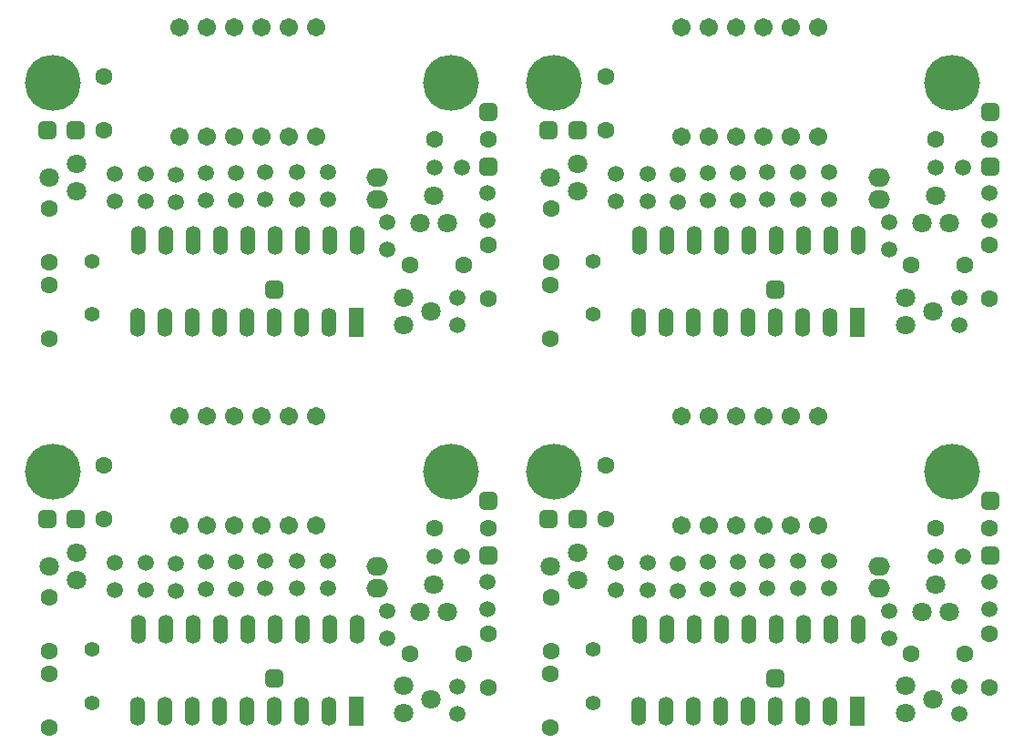
<source format=gts>
G04*
G04 #@! TF.GenerationSoftware,Altium Limited,Altium Designer,21.0.8 (223)*
G04*
G04 Layer_Color=8388736*
%FSLAX44Y44*%
%MOMM*%
G71*
G04*
G04 #@! TF.SameCoordinates,2BC88BDB-9D38-482F-83E6-F0616D823ADE*
G04*
G04*
G04 #@! TF.FilePolarity,Negative*
G04*
G01*
G75*
G04:AMPARAMS|DCode=23|XSize=1.7032mm|YSize=1.7032mm|CornerRadius=0.4766mm|HoleSize=0mm|Usage=FLASHONLY|Rotation=0.000|XOffset=0mm|YOffset=0mm|HoleType=Round|Shape=RoundedRectangle|*
%AMROUNDEDRECTD23*
21,1,1.7032,0.7500,0,0,0.0*
21,1,0.7500,1.7032,0,0,0.0*
1,1,0.9532,0.3750,-0.3750*
1,1,0.9532,-0.3750,-0.3750*
1,1,0.9532,-0.3750,0.3750*
1,1,0.9532,0.3750,0.3750*
%
%ADD23ROUNDEDRECTD23*%
%ADD24R,1.4032X2.7032*%
%ADD25O,1.4032X2.7032*%
%ADD26C,1.8032*%
%ADD27C,1.5032*%
%ADD28C,1.6032*%
%ADD29C,1.4032*%
%ADD30O,2.0032X1.7032*%
%ADD31C,1.7032*%
%ADD32C,5.2032*%
D23*
X493560Y325060D02*
D03*
X309810Y473810D02*
D03*
X693060Y439810D02*
D03*
X693310Y490310D02*
D03*
X282810Y473310D02*
D03*
X959560Y325060D02*
D03*
X775810Y473810D02*
D03*
X1159060Y439810D02*
D03*
X1159310Y490310D02*
D03*
X748810Y473310D02*
D03*
X493560Y686560D02*
D03*
X309810Y835310D02*
D03*
X693060Y801310D02*
D03*
X693310Y851810D02*
D03*
X282810Y834810D02*
D03*
X959560Y686560D02*
D03*
X775810Y835310D02*
D03*
X1159060Y801310D02*
D03*
X1159310Y851810D02*
D03*
X748810Y834810D02*
D03*
D24*
X570010Y294610D02*
D03*
X1036010D02*
D03*
X570010Y656110D02*
D03*
X1036010D02*
D03*
D25*
X544610Y294610D02*
D03*
X519210D02*
D03*
X493810D02*
D03*
X468410D02*
D03*
X443010D02*
D03*
X417610D02*
D03*
X392210D02*
D03*
X520010Y370810D02*
D03*
X494610D02*
D03*
X469210D02*
D03*
X443810D02*
D03*
X418410D02*
D03*
X393010D02*
D03*
X367610D02*
D03*
X366810Y294610D02*
D03*
X545410Y370810D02*
D03*
X570810D02*
D03*
X1010610Y294610D02*
D03*
X985210D02*
D03*
X959810D02*
D03*
X934410D02*
D03*
X909010D02*
D03*
X883610D02*
D03*
X858210D02*
D03*
X986010Y370810D02*
D03*
X960610D02*
D03*
X935210D02*
D03*
X909810D02*
D03*
X884410D02*
D03*
X859010D02*
D03*
X833610D02*
D03*
X832810Y294610D02*
D03*
X1011410Y370810D02*
D03*
X1036810D02*
D03*
X544610Y656110D02*
D03*
X519210D02*
D03*
X493810D02*
D03*
X468410D02*
D03*
X443010D02*
D03*
X417610D02*
D03*
X392210D02*
D03*
X520010Y732310D02*
D03*
X494610D02*
D03*
X469210D02*
D03*
X443810D02*
D03*
X418410D02*
D03*
X393010D02*
D03*
X367610D02*
D03*
X366810Y656110D02*
D03*
X545410Y732310D02*
D03*
X570810D02*
D03*
X1010610Y656110D02*
D03*
X985210D02*
D03*
X959810D02*
D03*
X934410D02*
D03*
X909010D02*
D03*
X883610D02*
D03*
X858210D02*
D03*
X986010Y732310D02*
D03*
X960610D02*
D03*
X935210D02*
D03*
X909810D02*
D03*
X884410D02*
D03*
X859010D02*
D03*
X833610D02*
D03*
X832810Y656110D02*
D03*
X1011410Y732310D02*
D03*
X1036810D02*
D03*
D26*
X614330Y292790D02*
D03*
Y318190D02*
D03*
X639730Y305490D02*
D03*
X655210Y387060D02*
D03*
X629810Y387060D02*
D03*
X642510Y412460D02*
D03*
X310210Y442510D02*
D03*
Y417110D02*
D03*
X284810Y429810D02*
D03*
X1080330Y292790D02*
D03*
Y318190D02*
D03*
X1105730Y305490D02*
D03*
X1121210Y387060D02*
D03*
X1095810Y387060D02*
D03*
X1108510Y412460D02*
D03*
X776210Y442510D02*
D03*
Y417110D02*
D03*
X750810Y429810D02*
D03*
X614330Y654290D02*
D03*
Y679690D02*
D03*
X639730Y666990D02*
D03*
X655210Y748560D02*
D03*
X629810Y748560D02*
D03*
X642510Y773960D02*
D03*
X310210Y804010D02*
D03*
Y778610D02*
D03*
X284810Y791310D02*
D03*
X1080330Y654290D02*
D03*
Y679690D02*
D03*
X1105730Y666990D02*
D03*
X1121210Y748560D02*
D03*
X1095810Y748560D02*
D03*
X1108510Y773960D02*
D03*
X776210Y804010D02*
D03*
Y778610D02*
D03*
X750810Y791310D02*
D03*
D27*
X692310Y390060D02*
D03*
X692310Y415460D02*
D03*
X642560Y438560D02*
D03*
X667960Y438560D02*
D03*
X599310Y362560D02*
D03*
Y387960D02*
D03*
X664560Y292060D02*
D03*
X664560Y317460D02*
D03*
X345810Y433210D02*
D03*
Y407810D02*
D03*
X374810Y433210D02*
D03*
Y407810D02*
D03*
X458810Y433810D02*
D03*
Y408410D02*
D03*
X485810Y434210D02*
D03*
Y408810D02*
D03*
X514810Y434810D02*
D03*
Y409410D02*
D03*
X543810Y434810D02*
D03*
Y409410D02*
D03*
X430810Y433810D02*
D03*
Y408410D02*
D03*
X402810Y431810D02*
D03*
Y406410D02*
D03*
X1158310Y390060D02*
D03*
X1158310Y415460D02*
D03*
X1108560Y438560D02*
D03*
X1133960Y438560D02*
D03*
X1065310Y362560D02*
D03*
Y387960D02*
D03*
X1130560Y292060D02*
D03*
X1130560Y317460D02*
D03*
X811810Y433210D02*
D03*
Y407810D02*
D03*
X840810Y433210D02*
D03*
Y407810D02*
D03*
X924810Y433810D02*
D03*
Y408410D02*
D03*
X951810Y434210D02*
D03*
Y408810D02*
D03*
X980810Y434810D02*
D03*
Y409410D02*
D03*
X1009810Y434810D02*
D03*
Y409410D02*
D03*
X896810Y433810D02*
D03*
Y408410D02*
D03*
X868810Y431810D02*
D03*
Y406410D02*
D03*
X692310Y751560D02*
D03*
X692310Y776960D02*
D03*
X642560Y800060D02*
D03*
X667960Y800060D02*
D03*
X599310Y724060D02*
D03*
Y749460D02*
D03*
X664560Y653560D02*
D03*
X664560Y678960D02*
D03*
X345810Y794710D02*
D03*
Y769310D02*
D03*
X374810Y794710D02*
D03*
Y769310D02*
D03*
X458810Y795310D02*
D03*
Y769910D02*
D03*
X485810Y795710D02*
D03*
Y770310D02*
D03*
X514810Y796310D02*
D03*
Y770910D02*
D03*
X543810Y796310D02*
D03*
Y770910D02*
D03*
X430810Y795310D02*
D03*
Y769910D02*
D03*
X402810Y793310D02*
D03*
Y767910D02*
D03*
X1158310Y751560D02*
D03*
X1158310Y776960D02*
D03*
X1108560Y800060D02*
D03*
X1133960Y800060D02*
D03*
X1065310Y724060D02*
D03*
Y749460D02*
D03*
X1130560Y653560D02*
D03*
X1130560Y678960D02*
D03*
X811810Y794710D02*
D03*
Y769310D02*
D03*
X840810Y794710D02*
D03*
Y769310D02*
D03*
X924810Y795310D02*
D03*
Y769910D02*
D03*
X951810Y795710D02*
D03*
Y770310D02*
D03*
X980810Y796310D02*
D03*
Y770910D02*
D03*
X1009810Y796310D02*
D03*
Y770910D02*
D03*
X896810Y795310D02*
D03*
Y769910D02*
D03*
X868810Y793310D02*
D03*
Y767910D02*
D03*
D28*
X692560Y317060D02*
D03*
Y367060D02*
D03*
X642810Y465310D02*
D03*
X692810Y465310D02*
D03*
X619810Y348560D02*
D03*
X669810D02*
D03*
X284948Y350938D02*
D03*
Y400938D02*
D03*
X284810Y329810D02*
D03*
Y279810D02*
D03*
X335810Y523810D02*
D03*
Y473810D02*
D03*
X1158560Y317060D02*
D03*
Y367060D02*
D03*
X1108810Y465310D02*
D03*
X1158810Y465310D02*
D03*
X1085810Y348560D02*
D03*
X1135810D02*
D03*
X750948Y350938D02*
D03*
Y400938D02*
D03*
X750810Y329810D02*
D03*
Y279810D02*
D03*
X801810Y523810D02*
D03*
Y473810D02*
D03*
X692560Y678560D02*
D03*
Y728560D02*
D03*
X642810Y826810D02*
D03*
X692810Y826810D02*
D03*
X619810Y710060D02*
D03*
X669810D02*
D03*
X284948Y712438D02*
D03*
Y762438D02*
D03*
X284810Y691310D02*
D03*
Y641310D02*
D03*
X335810Y885310D02*
D03*
Y835310D02*
D03*
X1158560Y678560D02*
D03*
Y728560D02*
D03*
X1108810Y826810D02*
D03*
X1158810Y826810D02*
D03*
X1085810Y710060D02*
D03*
X1135810D02*
D03*
X750948Y712438D02*
D03*
Y762438D02*
D03*
X750810Y691310D02*
D03*
Y641310D02*
D03*
X801810Y885310D02*
D03*
Y835310D02*
D03*
D29*
X324560Y352060D02*
D03*
Y302260D02*
D03*
X790560Y352060D02*
D03*
Y302260D02*
D03*
X324560Y713560D02*
D03*
Y663760D02*
D03*
X790560Y713560D02*
D03*
Y663760D02*
D03*
D30*
X590060Y429560D02*
D03*
X590060Y409560D02*
D03*
X1056060Y429560D02*
D03*
X1056060Y409560D02*
D03*
X590060Y791060D02*
D03*
X590060Y771060D02*
D03*
X1056060Y791060D02*
D03*
X1056060Y771060D02*
D03*
D31*
X406210Y569410D02*
D03*
X431610D02*
D03*
X457010D02*
D03*
X482410D02*
D03*
X507810D02*
D03*
X533210D02*
D03*
Y467810D02*
D03*
X507810D02*
D03*
X482410D02*
D03*
X457010D02*
D03*
X431610D02*
D03*
X406210D02*
D03*
X872210Y569410D02*
D03*
X897610D02*
D03*
X923010D02*
D03*
X948410D02*
D03*
X973810D02*
D03*
X999210D02*
D03*
Y467810D02*
D03*
X973810D02*
D03*
X948410D02*
D03*
X923010D02*
D03*
X897610D02*
D03*
X872210D02*
D03*
X406210Y930910D02*
D03*
X431610D02*
D03*
X457010D02*
D03*
X482410D02*
D03*
X507810D02*
D03*
X533210D02*
D03*
Y829310D02*
D03*
X507810D02*
D03*
X482410D02*
D03*
X457010D02*
D03*
X431610D02*
D03*
X406210D02*
D03*
X872210Y930910D02*
D03*
X897610D02*
D03*
X923010D02*
D03*
X948410D02*
D03*
X973810D02*
D03*
X999210D02*
D03*
Y829310D02*
D03*
X973810D02*
D03*
X948410D02*
D03*
X923010D02*
D03*
X897610D02*
D03*
X872210D02*
D03*
D32*
X657810Y517810D02*
D03*
X287810D02*
D03*
X1123810D02*
D03*
X753810D02*
D03*
X657810Y879310D02*
D03*
X287810D02*
D03*
X1123810D02*
D03*
X753810D02*
D03*
M02*

</source>
